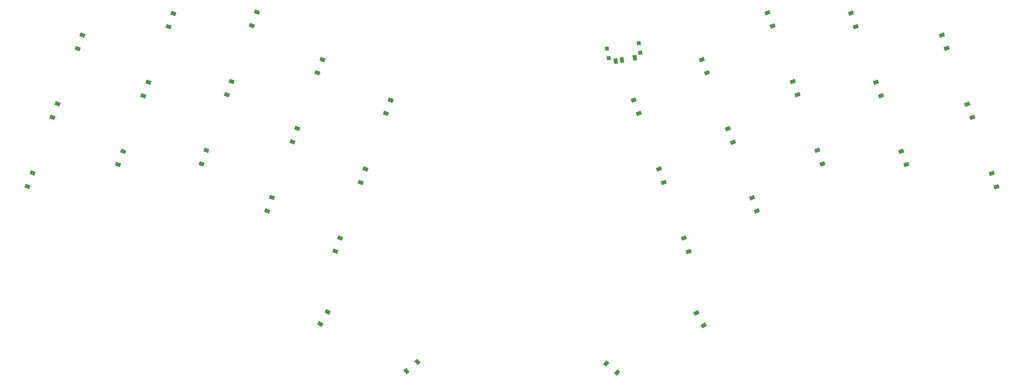
<source format=gbr>
%TF.GenerationSoftware,KiCad,Pcbnew,(6.0.1)*%
%TF.CreationDate,2022-06-05T22:57:28-04:00*%
%TF.ProjectId,sweep-squared,73776565-702d-4737-9175-617265642e6b,rev?*%
%TF.SameCoordinates,Original*%
%TF.FileFunction,Paste,Top*%
%TF.FilePolarity,Positive*%
%FSLAX46Y46*%
G04 Gerber Fmt 4.6, Leading zero omitted, Abs format (unit mm)*
G04 Created by KiCad (PCBNEW (6.0.1)) date 2022-06-05 22:57:28*
%MOMM*%
%LPD*%
G01*
G04 APERTURE LIST*
G04 Aperture macros list*
%AMRotRect*
0 Rectangle, with rotation*
0 The origin of the aperture is its center*
0 $1 length*
0 $2 width*
0 $3 Rotation angle, in degrees counterclockwise*
0 Add horizontal line*
21,1,$1,$2,0,0,$3*%
G04 Aperture macros list end*
%ADD10RotRect,0.900000X1.200000X290.000000*%
%ADD11RotRect,0.900000X1.200000X250.000000*%
%ADD12RotRect,0.900000X1.200000X240.000000*%
%ADD13RotRect,0.900000X1.250000X10.000000*%
%ADD14RotRect,0.900000X0.900000X10.000000*%
%ADD15RotRect,0.900000X1.200000X320.000000*%
%ADD16RotRect,0.900000X1.200000X220.000000*%
%ADD17RotRect,0.900000X1.200000X300.000000*%
G04 APERTURE END LIST*
D10*
%TO.C,D29*%
X249416055Y-88628475D03*
X248287389Y-85527489D03*
%TD*%
%TO.C,D24*%
X243564332Y-72692339D03*
X242435666Y-69591353D03*
%TD*%
%TO.C,D30*%
X270269194Y-93747885D03*
X269140528Y-90646899D03*
%TD*%
D11*
%TO.C,D6*%
X52216512Y-77684775D03*
X53345178Y-74583789D03*
%TD*%
D12*
%TO.C,D31*%
X114070179Y-125566401D03*
X115720179Y-122708517D03*
%TD*%
D11*
%TO.C,D7*%
X73214154Y-72692339D03*
X74342820Y-69591353D03*
%TD*%
%TO.C,D15*%
X117547256Y-108715031D03*
X118675922Y-105614045D03*
%TD*%
D10*
%TO.C,D17*%
X203358294Y-67388455D03*
X202229628Y-64287469D03*
%TD*%
D11*
%TO.C,D12*%
X67362385Y-88637723D03*
X68491051Y-85536737D03*
%TD*%
%TO.C,D13*%
X86617204Y-88423083D03*
X87745870Y-85322097D03*
%TD*%
%TO.C,D1*%
X58018180Y-61732219D03*
X59146846Y-58631233D03*
%TD*%
D13*
%TO.C,SW_POWER1*%
X182294503Y-64664184D03*
X183771714Y-64403712D03*
X186726137Y-63882768D03*
D14*
X187602776Y-60504213D03*
X187984802Y-62670790D03*
X180315198Y-61789210D03*
X180697224Y-63955787D03*
%TD*%
D11*
%TO.C,D9*%
X107629282Y-83366108D03*
X108757948Y-80265122D03*
%TD*%
D15*
%TO.C,D33*%
X182674494Y-136791355D03*
X180146548Y-134670155D03*
%TD*%
D11*
%TO.C,D11*%
X46450795Y-93673185D03*
X47579461Y-90572199D03*
%TD*%
D10*
%TO.C,D22*%
X209364333Y-83409134D03*
X208235667Y-80308148D03*
%TD*%
%TO.C,D18*%
X218502847Y-56551769D03*
X217374181Y-53450783D03*
%TD*%
D11*
%TO.C,D4*%
X113409436Y-67398723D03*
X114538102Y-64297737D03*
%TD*%
D10*
%TO.C,D21*%
X193417487Y-92768564D03*
X192288821Y-89667578D03*
%TD*%
%TO.C,D23*%
X224309324Y-72462869D03*
X223180658Y-69361883D03*
%TD*%
D11*
%TO.C,D5*%
X129186256Y-76781236D03*
X130314922Y-73680250D03*
%TD*%
D16*
%TO.C,D32*%
X133983612Y-136441431D03*
X136511558Y-134320231D03*
%TD*%
D10*
%TO.C,D26*%
X199166691Y-108737031D03*
X198038025Y-105636045D03*
%TD*%
D11*
%TO.C,D14*%
X101799026Y-99354518D03*
X102927692Y-96253532D03*
%TD*%
D10*
%TO.C,D28*%
X230028525Y-88444108D03*
X228899859Y-85343122D03*
%TD*%
D11*
%TO.C,D2*%
X79010821Y-56704524D03*
X80139487Y-53603538D03*
%TD*%
D17*
%TO.C,D34*%
X202586625Y-125881773D03*
X200936625Y-123023889D03*
%TD*%
D10*
%TO.C,D16*%
X187606572Y-76788407D03*
X186477906Y-73687421D03*
%TD*%
%TO.C,D27*%
X214914922Y-99397544D03*
X213786256Y-96296558D03*
%TD*%
%TO.C,D25*%
X264663217Y-77729263D03*
X263534551Y-74628277D03*
%TD*%
D11*
%TO.C,D3*%
X98263564Y-56446263D03*
X99392230Y-53345277D03*
%TD*%
D10*
%TO.C,D20*%
X258760307Y-61717390D03*
X257631641Y-58616404D03*
%TD*%
D11*
%TO.C,D8*%
X92476333Y-72455210D03*
X93604999Y-69354224D03*
%TD*%
%TO.C,D10*%
X123356000Y-92726133D03*
X124484666Y-89625147D03*
%TD*%
D10*
%TO.C,D19*%
X237795218Y-56672147D03*
X236666552Y-53571161D03*
%TD*%
M02*

</source>
